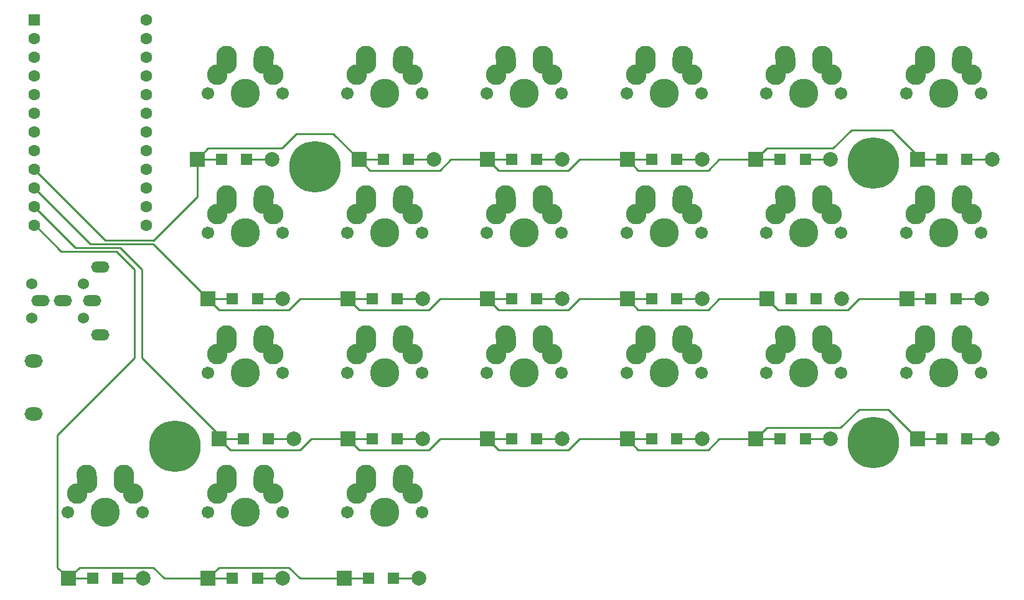
<source format=gtl>
G04 #@! TF.FileFunction,Copper,L1,Top,Signal*
%FSLAX46Y46*%
G04 Gerber Fmt 4.6, Leading zero omitted, Abs format (unit mm)*
G04 Created by KiCad (PCBNEW 4.0.7) date *
%MOMM*%
%LPD*%
G01*
G04 APERTURE LIST*
%ADD10C,0.150000*%
%ADD11C,7.000000*%
%ADD12C,1.998980*%
%ADD13R,1.998980X1.998980*%
%ADD14R,1.524000X1.524000*%
%ADD15O,2.500000X1.524000*%
%ADD16C,1.524000*%
%ADD17C,2.800000*%
%ADD18C,3.987810*%
%ADD19C,1.701810*%
%ADD20O,2.500000X1.800000*%
%ADD21R,1.600000X1.600000*%
%ADD22C,1.600000*%
%ADD23C,0.250000*%
G04 APERTURE END LIST*
D10*
D11*
X216500000Y-109500000D03*
X140500000Y-72000000D03*
X216500000Y-71500000D03*
X121500000Y-110000000D03*
D12*
X117160000Y-127997460D03*
D13*
X107000000Y-127997460D03*
D14*
X110300000Y-128000000D03*
X113700000Y-128000000D03*
D12*
X134660000Y-70997460D03*
D13*
X124500000Y-70997460D03*
D14*
X127800000Y-71000000D03*
X131200000Y-71000000D03*
D12*
X136160000Y-89997460D03*
D13*
X126000000Y-89997460D03*
D14*
X129300000Y-90000000D03*
X132700000Y-90000000D03*
D12*
X137660000Y-108997460D03*
D13*
X127500000Y-108997460D03*
D14*
X130800000Y-109000000D03*
X134200000Y-109000000D03*
D12*
X136160000Y-127997460D03*
D13*
X126000000Y-127997460D03*
D14*
X129300000Y-128000000D03*
X132700000Y-128000000D03*
D12*
X156660000Y-70997460D03*
D13*
X146500000Y-70997460D03*
D14*
X149800000Y-71000000D03*
X153200000Y-71000000D03*
D12*
X155160000Y-89997460D03*
D13*
X145000000Y-89997460D03*
D14*
X148300000Y-90000000D03*
X151700000Y-90000000D03*
D12*
X155160000Y-108997460D03*
D13*
X145000000Y-108997460D03*
D14*
X148300000Y-109000000D03*
X151700000Y-109000000D03*
D12*
X154660000Y-127997460D03*
D13*
X144500000Y-127997460D03*
D14*
X147800000Y-128000000D03*
X151200000Y-128000000D03*
D12*
X174160000Y-70997460D03*
D13*
X164000000Y-70997460D03*
D14*
X167300000Y-71000000D03*
X170700000Y-71000000D03*
D12*
X174160000Y-89997460D03*
D13*
X164000000Y-89997460D03*
D14*
X167300000Y-90000000D03*
X170700000Y-90000000D03*
D12*
X174160000Y-108997460D03*
D13*
X164000000Y-108997460D03*
D14*
X167300000Y-109000000D03*
X170700000Y-109000000D03*
D12*
X193160000Y-70997460D03*
D13*
X183000000Y-70997460D03*
D14*
X186300000Y-71000000D03*
X189700000Y-71000000D03*
D12*
X193160000Y-89997460D03*
D13*
X183000000Y-89997460D03*
D14*
X186300000Y-90000000D03*
X189700000Y-90000000D03*
D12*
X193160000Y-108997460D03*
D13*
X183000000Y-108997460D03*
D14*
X186300000Y-109000000D03*
X189700000Y-109000000D03*
D12*
X210660000Y-70997460D03*
D13*
X200500000Y-70997460D03*
D14*
X203800000Y-71000000D03*
X207200000Y-71000000D03*
D12*
X212160000Y-89997460D03*
D13*
X202000000Y-89997460D03*
D14*
X205300000Y-90000000D03*
X208700000Y-90000000D03*
D12*
X210660000Y-108997460D03*
D13*
X200500000Y-108997460D03*
D14*
X203800000Y-109000000D03*
X207200000Y-109000000D03*
D12*
X232660000Y-70997460D03*
D13*
X222500000Y-70997460D03*
D14*
X225800000Y-71000000D03*
X229200000Y-71000000D03*
D12*
X231160000Y-89997460D03*
D13*
X221000000Y-89997460D03*
D14*
X224300000Y-90000000D03*
X227700000Y-90000000D03*
D12*
X232660000Y-108997460D03*
D13*
X222500000Y-108997460D03*
D14*
X225800000Y-109000000D03*
X229200000Y-109000000D03*
D15*
X110200000Y-90250000D03*
X111300000Y-94850000D03*
D16*
X109000000Y-92550000D03*
X102000000Y-92550000D03*
X102000000Y-87950000D03*
X109000000Y-87950000D03*
D15*
X111300000Y-85650000D03*
X103200000Y-90250000D03*
X106200000Y-90250000D03*
X110200000Y-90250000D03*
D17*
X108190000Y-116460000D03*
D18*
X112000000Y-119000000D03*
D19*
X106920000Y-119000000D03*
X117080000Y-119000000D03*
D17*
X115810000Y-116460000D03*
X114500000Y-115000000D03*
X109500000Y-115000000D03*
X109460000Y-113920000D03*
X114540000Y-113920000D03*
X114500000Y-114500000D03*
X109500000Y-114500000D03*
X127190000Y-59460000D03*
D18*
X131000000Y-62000000D03*
D19*
X125920000Y-62000000D03*
X136080000Y-62000000D03*
D17*
X134810000Y-59460000D03*
X133500000Y-58000000D03*
X128500000Y-58000000D03*
X128460000Y-56920000D03*
X133540000Y-56920000D03*
X133500000Y-57500000D03*
X128500000Y-57500000D03*
X127190000Y-78460000D03*
D18*
X131000000Y-81000000D03*
D19*
X125920000Y-81000000D03*
X136080000Y-81000000D03*
D17*
X134810000Y-78460000D03*
X133500000Y-77000000D03*
X128500000Y-77000000D03*
X128460000Y-75920000D03*
X133540000Y-75920000D03*
X133500000Y-76500000D03*
X128500000Y-76500000D03*
X127190000Y-97460000D03*
D18*
X131000000Y-100000000D03*
D19*
X125920000Y-100000000D03*
X136080000Y-100000000D03*
D17*
X134810000Y-97460000D03*
X133500000Y-96000000D03*
X128500000Y-96000000D03*
X128460000Y-94920000D03*
X133540000Y-94920000D03*
X133500000Y-95500000D03*
X128500000Y-95500000D03*
X127190000Y-116460000D03*
D18*
X131000000Y-119000000D03*
D19*
X125920000Y-119000000D03*
X136080000Y-119000000D03*
D17*
X134810000Y-116460000D03*
X133500000Y-115000000D03*
X128500000Y-115000000D03*
X128460000Y-113920000D03*
X133540000Y-113920000D03*
X133500000Y-114500000D03*
X128500000Y-114500000D03*
X146190000Y-59460000D03*
D18*
X150000000Y-62000000D03*
D19*
X144920000Y-62000000D03*
X155080000Y-62000000D03*
D17*
X153810000Y-59460000D03*
X152500000Y-58000000D03*
X147500000Y-58000000D03*
X147460000Y-56920000D03*
X152540000Y-56920000D03*
X152500000Y-57500000D03*
X147500000Y-57500000D03*
X146190000Y-78460000D03*
D18*
X150000000Y-81000000D03*
D19*
X144920000Y-81000000D03*
X155080000Y-81000000D03*
D17*
X153810000Y-78460000D03*
X152500000Y-77000000D03*
X147500000Y-77000000D03*
X147460000Y-75920000D03*
X152540000Y-75920000D03*
X152500000Y-76500000D03*
X147500000Y-76500000D03*
X146190000Y-97460000D03*
D18*
X150000000Y-100000000D03*
D19*
X144920000Y-100000000D03*
X155080000Y-100000000D03*
D17*
X153810000Y-97460000D03*
X152500000Y-96000000D03*
X147500000Y-96000000D03*
X147460000Y-94920000D03*
X152540000Y-94920000D03*
X152500000Y-95500000D03*
X147500000Y-95500000D03*
X146190000Y-116460000D03*
D18*
X150000000Y-119000000D03*
D19*
X144920000Y-119000000D03*
X155080000Y-119000000D03*
D17*
X153810000Y-116460000D03*
X152500000Y-115000000D03*
X147500000Y-115000000D03*
X147460000Y-113920000D03*
X152540000Y-113920000D03*
X152500000Y-114500000D03*
X147500000Y-114500000D03*
X165190000Y-59460000D03*
D18*
X169000000Y-62000000D03*
D19*
X163920000Y-62000000D03*
X174080000Y-62000000D03*
D17*
X172810000Y-59460000D03*
X171500000Y-58000000D03*
X166500000Y-58000000D03*
X166460000Y-56920000D03*
X171540000Y-56920000D03*
X171500000Y-57500000D03*
X166500000Y-57500000D03*
X165190000Y-78460000D03*
D18*
X169000000Y-81000000D03*
D19*
X163920000Y-81000000D03*
X174080000Y-81000000D03*
D17*
X172810000Y-78460000D03*
X171500000Y-77000000D03*
X166500000Y-77000000D03*
X166460000Y-75920000D03*
X171540000Y-75920000D03*
X171500000Y-76500000D03*
X166500000Y-76500000D03*
X165190000Y-97460000D03*
D18*
X169000000Y-100000000D03*
D19*
X163920000Y-100000000D03*
X174080000Y-100000000D03*
D17*
X172810000Y-97460000D03*
X171500000Y-96000000D03*
X166500000Y-96000000D03*
X166460000Y-94920000D03*
X171540000Y-94920000D03*
X171500000Y-95500000D03*
X166500000Y-95500000D03*
X184190000Y-59460000D03*
D18*
X188000000Y-62000000D03*
D19*
X182920000Y-62000000D03*
X193080000Y-62000000D03*
D17*
X191810000Y-59460000D03*
X190500000Y-58000000D03*
X185500000Y-58000000D03*
X185460000Y-56920000D03*
X190540000Y-56920000D03*
X190500000Y-57500000D03*
X185500000Y-57500000D03*
X184190000Y-78460000D03*
D18*
X188000000Y-81000000D03*
D19*
X182920000Y-81000000D03*
X193080000Y-81000000D03*
D17*
X191810000Y-78460000D03*
X190500000Y-77000000D03*
X185500000Y-77000000D03*
X185460000Y-75920000D03*
X190540000Y-75920000D03*
X190500000Y-76500000D03*
X185500000Y-76500000D03*
X184190000Y-97460000D03*
D18*
X188000000Y-100000000D03*
D19*
X182920000Y-100000000D03*
X193080000Y-100000000D03*
D17*
X191810000Y-97460000D03*
X190500000Y-96000000D03*
X185500000Y-96000000D03*
X185460000Y-94920000D03*
X190540000Y-94920000D03*
X190500000Y-95500000D03*
X185500000Y-95500000D03*
X203190000Y-59460000D03*
D18*
X207000000Y-62000000D03*
D19*
X201920000Y-62000000D03*
X212080000Y-62000000D03*
D17*
X210810000Y-59460000D03*
X209500000Y-58000000D03*
X204500000Y-58000000D03*
X204460000Y-56920000D03*
X209540000Y-56920000D03*
X209500000Y-57500000D03*
X204500000Y-57500000D03*
X203190000Y-78460000D03*
D18*
X207000000Y-81000000D03*
D19*
X201920000Y-81000000D03*
X212080000Y-81000000D03*
D17*
X210810000Y-78460000D03*
X209500000Y-77000000D03*
X204500000Y-77000000D03*
X204460000Y-75920000D03*
X209540000Y-75920000D03*
X209500000Y-76500000D03*
X204500000Y-76500000D03*
X203190000Y-97460000D03*
D18*
X207000000Y-100000000D03*
D19*
X201920000Y-100000000D03*
X212080000Y-100000000D03*
D17*
X210810000Y-97460000D03*
X209500000Y-96000000D03*
X204500000Y-96000000D03*
X204460000Y-94920000D03*
X209540000Y-94920000D03*
X209500000Y-95500000D03*
X204500000Y-95500000D03*
X222190000Y-59460000D03*
D18*
X226000000Y-62000000D03*
D19*
X220920000Y-62000000D03*
X231080000Y-62000000D03*
D17*
X229810000Y-59460000D03*
X228500000Y-58000000D03*
X223500000Y-58000000D03*
X223460000Y-56920000D03*
X228540000Y-56920000D03*
X228500000Y-57500000D03*
X223500000Y-57500000D03*
X222190000Y-78460000D03*
D18*
X226000000Y-81000000D03*
D19*
X220920000Y-81000000D03*
X231080000Y-81000000D03*
D17*
X229810000Y-78460000D03*
X228500000Y-77000000D03*
X223500000Y-77000000D03*
X223460000Y-75920000D03*
X228540000Y-75920000D03*
X228500000Y-76500000D03*
X223500000Y-76500000D03*
X222190000Y-97460000D03*
D18*
X226000000Y-100000000D03*
D19*
X220920000Y-100000000D03*
X231080000Y-100000000D03*
D17*
X229810000Y-97460000D03*
X228500000Y-96000000D03*
X223500000Y-96000000D03*
X223460000Y-94920000D03*
X228540000Y-94920000D03*
X228500000Y-95500000D03*
X223500000Y-95500000D03*
D20*
X102250000Y-105600000D03*
X102250000Y-98400000D03*
D21*
X102380000Y-52030000D03*
D22*
X102380000Y-54570000D03*
X102380000Y-57110000D03*
X102380000Y-59650000D03*
X102380000Y-62190000D03*
X102380000Y-64730000D03*
X102380000Y-67270000D03*
X102380000Y-69810000D03*
X102380000Y-72350000D03*
X102380000Y-74890000D03*
X102380000Y-77430000D03*
X102380000Y-79970000D03*
X117620000Y-79970000D03*
X117620000Y-77430000D03*
X117620000Y-74890000D03*
X117620000Y-72350000D03*
X117620000Y-69810000D03*
X117620000Y-67270000D03*
X117620000Y-64730000D03*
X117620000Y-62190000D03*
X117620000Y-59650000D03*
X117620000Y-57110000D03*
X117620000Y-54570000D03*
X117620000Y-52030000D03*
D23*
X117160000Y-127997460D02*
X113702540Y-127997460D01*
X113702540Y-127997460D02*
X113700000Y-128000000D01*
X124500000Y-70997460D02*
X124500000Y-76049998D01*
X124500000Y-76049998D02*
X118500000Y-82049998D01*
X118500000Y-82049998D02*
X118500000Y-82000000D01*
X164000000Y-70997460D02*
X159002540Y-70997460D01*
X148002540Y-72500000D02*
X146500000Y-70997460D01*
X157500000Y-72500000D02*
X148002540Y-72500000D01*
X159002540Y-70997460D02*
X157500000Y-72500000D01*
X164000000Y-70997460D02*
X165502540Y-72500000D01*
X176502540Y-70997460D02*
X175000000Y-72500000D01*
X175000000Y-72500000D02*
X165502540Y-72500000D01*
X176502540Y-70997460D02*
X183000000Y-70997460D01*
X167300000Y-71000000D02*
X164002540Y-71000000D01*
X164002540Y-71000000D02*
X164000000Y-70997460D01*
X124500000Y-70997460D02*
X127797460Y-70997460D01*
X127797460Y-70997460D02*
X127800000Y-71000000D01*
X146497460Y-70997460D02*
X143000000Y-67500000D01*
X125997460Y-69500000D02*
X124500000Y-70997460D01*
X136000000Y-69500000D02*
X125997460Y-69500000D01*
X138000000Y-67500000D02*
X136000000Y-69500000D01*
X143000000Y-67500000D02*
X138000000Y-67500000D01*
X186300000Y-71000000D02*
X183002540Y-71000000D01*
X183002540Y-71000000D02*
X183000000Y-70997460D01*
X222500000Y-70997460D02*
X222500000Y-70500000D01*
X222500000Y-70500000D02*
X219000000Y-67000000D01*
X201997460Y-69500000D02*
X200500000Y-70997460D01*
X211000000Y-69500000D02*
X201997460Y-69500000D01*
X213500000Y-67000000D02*
X211000000Y-69500000D01*
X219000000Y-67000000D02*
X213500000Y-67000000D01*
X222500000Y-70997460D02*
X225797460Y-70997460D01*
X225797460Y-70997460D02*
X225800000Y-71000000D01*
X222500000Y-70997460D02*
X221997460Y-70997460D01*
X118500000Y-82000000D02*
X118500000Y-82000000D01*
X118500000Y-82000000D02*
X112030000Y-82000000D01*
X112030000Y-82000000D02*
X102380000Y-72350000D01*
X149800000Y-71000000D02*
X146502540Y-71000000D01*
X183002540Y-71000000D02*
X183000000Y-70997460D01*
X200500000Y-70997460D02*
X195502540Y-70997460D01*
X195502540Y-70997460D02*
X194000000Y-72500000D01*
X194000000Y-72500000D02*
X184502540Y-72500000D01*
X184502540Y-72500000D02*
X183000000Y-70997460D01*
X203800000Y-71000000D02*
X200502540Y-71000000D01*
X200502540Y-71000000D02*
X200500000Y-70997460D01*
X131200000Y-71000000D02*
X134657460Y-71000000D01*
X134657460Y-71000000D02*
X134660000Y-70997460D01*
X126000000Y-89997460D02*
X125997460Y-89997460D01*
X125997460Y-89997460D02*
X118500000Y-82500000D01*
X109990000Y-82500000D02*
X102380000Y-74890000D01*
X118500000Y-82500000D02*
X109990000Y-82500000D01*
X129300000Y-90000000D02*
X126002540Y-90000000D01*
X126002540Y-90000000D02*
X126000000Y-89997460D01*
X145000000Y-89997460D02*
X138502540Y-89997460D01*
X127502540Y-91500000D02*
X126000000Y-89997460D01*
X137000000Y-91500000D02*
X127502540Y-91500000D01*
X138502540Y-89997460D02*
X137000000Y-91500000D01*
X148300000Y-90000000D02*
X145002540Y-90000000D01*
X145002540Y-90000000D02*
X145000000Y-89997460D01*
X164000000Y-89997460D02*
X157502540Y-89997460D01*
X146502540Y-91500000D02*
X145000000Y-89997460D01*
X156000000Y-91500000D02*
X146502540Y-91500000D01*
X157502540Y-89997460D02*
X156000000Y-91500000D01*
X167300000Y-90000000D02*
X164002540Y-90000000D01*
X164002540Y-90000000D02*
X164000000Y-89997460D01*
X183000000Y-89997460D02*
X176502540Y-89997460D01*
X165502540Y-91500000D02*
X164000000Y-89997460D01*
X175000000Y-91500000D02*
X165502540Y-91500000D01*
X176502540Y-89997460D02*
X175000000Y-91500000D01*
X186300000Y-90000000D02*
X183002540Y-90000000D01*
X183002540Y-90000000D02*
X183000000Y-89997460D01*
X202000000Y-89997460D02*
X195502540Y-89997460D01*
X184502540Y-91500000D02*
X183000000Y-89997460D01*
X194000000Y-91500000D02*
X184502540Y-91500000D01*
X195502540Y-89997460D02*
X194000000Y-91500000D01*
X221000000Y-89997460D02*
X214502540Y-89997460D01*
X203502540Y-91500000D02*
X202000000Y-89997460D01*
X213000000Y-91500000D02*
X203502540Y-91500000D01*
X214502540Y-89997460D02*
X213000000Y-91500000D01*
X224300000Y-90000000D02*
X221002540Y-90000000D01*
X221002540Y-90000000D02*
X221000000Y-89997460D01*
X136160000Y-89997460D02*
X132702540Y-89997460D01*
X132702540Y-89997460D02*
X132700000Y-90000000D01*
X127500000Y-108997460D02*
X127500000Y-108500000D01*
X127500000Y-108500000D02*
X117000000Y-98000000D01*
X107950000Y-83000000D02*
X102380000Y-77430000D01*
X114049998Y-83000000D02*
X107950000Y-83000000D01*
X117000000Y-85950002D02*
X114049998Y-83000000D01*
X117000000Y-98000000D02*
X117000000Y-85950002D01*
X145000000Y-108997460D02*
X140002540Y-108997460D01*
X129002540Y-110500000D02*
X127500000Y-108997460D01*
X138500000Y-110500000D02*
X129002540Y-110500000D01*
X140002540Y-108997460D02*
X138500000Y-110500000D01*
X222500000Y-108997460D02*
X222497460Y-108997460D01*
X222497460Y-108997460D02*
X218500000Y-105000000D01*
X201997460Y-107500000D02*
X200500000Y-108997460D01*
X212000000Y-107500000D02*
X201997460Y-107500000D01*
X214500000Y-105000000D02*
X212000000Y-107500000D01*
X218500000Y-105000000D02*
X214500000Y-105000000D01*
X130800000Y-109000000D02*
X127502540Y-109000000D01*
X127502540Y-109000000D02*
X127500000Y-108997460D01*
X148300000Y-109000000D02*
X145002540Y-109000000D01*
X145002540Y-109000000D02*
X145000000Y-108997460D01*
X164000000Y-108997460D02*
X157502540Y-108997460D01*
X146502540Y-110500000D02*
X145000000Y-108997460D01*
X156000000Y-110500000D02*
X146502540Y-110500000D01*
X157502540Y-108997460D02*
X156000000Y-110500000D01*
X167300000Y-109000000D02*
X164002540Y-109000000D01*
X164002540Y-109000000D02*
X164000000Y-108997460D01*
X183000000Y-108997460D02*
X176502540Y-108997460D01*
X165502540Y-110500000D02*
X164000000Y-108997460D01*
X175000000Y-110500000D02*
X165502540Y-110500000D01*
X176502540Y-108997460D02*
X175000000Y-110500000D01*
X186300000Y-109000000D02*
X183002540Y-109000000D01*
X183002540Y-109000000D02*
X183000000Y-108997460D01*
X200500000Y-108997460D02*
X195502540Y-108997460D01*
X184502540Y-110500000D02*
X183000000Y-108997460D01*
X194000000Y-110500000D02*
X184502540Y-110500000D01*
X195502540Y-108997460D02*
X194000000Y-110500000D01*
X203800000Y-109000000D02*
X200502540Y-109000000D01*
X200502540Y-109000000D02*
X200500000Y-108997460D01*
X225800000Y-109000000D02*
X222502540Y-109000000D01*
X222502540Y-109000000D02*
X222500000Y-108997460D01*
X137660000Y-108997460D02*
X134202540Y-108997460D01*
X134202540Y-108997460D02*
X134200000Y-109000000D01*
X136160000Y-127997460D02*
X132702540Y-127997460D01*
X132702540Y-127997460D02*
X132700000Y-128000000D01*
X156660000Y-70997460D02*
X153202540Y-70997460D01*
X153202540Y-70997460D02*
X153200000Y-71000000D01*
X155160000Y-89997460D02*
X151702540Y-89997460D01*
X151702540Y-89997460D02*
X151700000Y-90000000D01*
X155160000Y-108997460D02*
X151702540Y-108997460D01*
X151702540Y-108997460D02*
X151700000Y-109000000D01*
X151200000Y-128000000D02*
X154657460Y-128000000D01*
X154657460Y-128000000D02*
X154660000Y-127997460D01*
X153810000Y-116460000D02*
X153810000Y-116310000D01*
X150702540Y-127997460D02*
X150700000Y-128000000D01*
X170700000Y-71000000D02*
X174157460Y-71000000D01*
X174157460Y-71000000D02*
X174160000Y-70997460D01*
X174160000Y-70997460D02*
X170702540Y-70997460D01*
X170702540Y-70997460D02*
X170700000Y-71000000D01*
X170700000Y-90000000D02*
X174157460Y-90000000D01*
X174157460Y-90000000D02*
X174160000Y-89997460D01*
X174160000Y-108997460D02*
X170702540Y-108997460D01*
X170702540Y-108997460D02*
X170700000Y-109000000D01*
X193160000Y-70997460D02*
X189702540Y-70997460D01*
X189702540Y-70997460D02*
X189700000Y-71000000D01*
X193160000Y-89997460D02*
X189702540Y-89997460D01*
X189702540Y-89997460D02*
X189700000Y-90000000D01*
X193160000Y-108997460D02*
X189702540Y-108997460D01*
X189702540Y-108997460D02*
X189700000Y-109000000D01*
X210660000Y-70997460D02*
X207202540Y-70997460D01*
X207202540Y-70997460D02*
X207200000Y-71000000D01*
X210660000Y-108997460D02*
X207202540Y-108997460D01*
X207202540Y-108997460D02*
X207200000Y-109000000D01*
X232660000Y-70997460D02*
X229202540Y-70997460D01*
X229202540Y-70997460D02*
X229200000Y-71000000D01*
X229202540Y-70997460D02*
X229200000Y-71000000D01*
X102380000Y-79970000D02*
X102470000Y-79970000D01*
X102470000Y-79970000D02*
X106000000Y-83500000D01*
X106000000Y-83500000D02*
X113500000Y-83500000D01*
X113500000Y-83500000D02*
X116000000Y-86000000D01*
X116000000Y-86000000D02*
X116000000Y-98000000D01*
X116000000Y-98000000D02*
X105500000Y-108500000D01*
X105500000Y-108500000D02*
X105500000Y-126497460D01*
X105500000Y-126497460D02*
X107000000Y-127997460D01*
X126000000Y-127997460D02*
X119997460Y-127997460D01*
X108497460Y-126500000D02*
X107000000Y-127997460D01*
X118500000Y-126500000D02*
X108497460Y-126500000D01*
X119997460Y-127997460D02*
X118500000Y-126500000D01*
X144500000Y-127997460D02*
X138497460Y-127997460D01*
X127497460Y-126500000D02*
X126000000Y-127997460D01*
X137000000Y-126500000D02*
X127497460Y-126500000D01*
X138497460Y-127997460D02*
X137000000Y-126500000D01*
X110300000Y-128000000D02*
X107002540Y-128000000D01*
X107002540Y-128000000D02*
X107000000Y-127997460D01*
X129300000Y-128000000D02*
X126002540Y-128000000D01*
X126002540Y-128000000D02*
X126000000Y-127997460D01*
X147300000Y-128000000D02*
X144002540Y-128000000D01*
X144002540Y-128000000D02*
X144000000Y-127997460D01*
X231160000Y-89997460D02*
X227702540Y-89997460D01*
X227702540Y-89997460D02*
X227700000Y-90000000D01*
X232660000Y-108997460D02*
X229202540Y-108997460D01*
X229202540Y-108997460D02*
X229200000Y-109000000D01*
M02*

</source>
